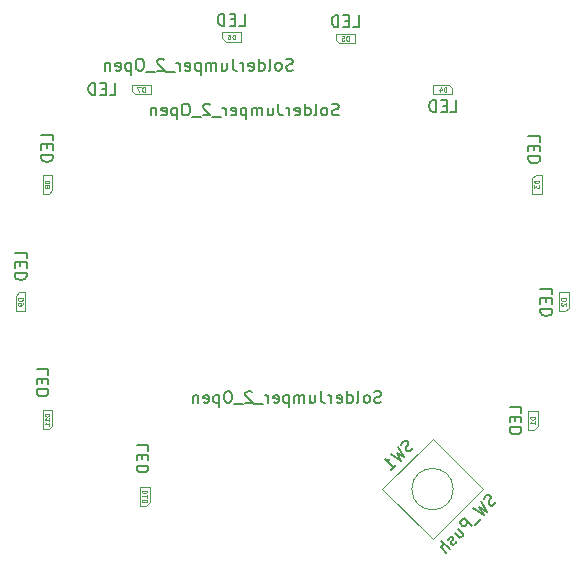
<source format=gbr>
%TF.GenerationSoftware,KiCad,Pcbnew,(5.1.10)-1*%
%TF.CreationDate,2022-01-29T15:25:58-05:00*%
%TF.ProjectId,CAN_Gauge,43414e5f-4761-4756-9765-2e6b69636164,rev?*%
%TF.SameCoordinates,Original*%
%TF.FileFunction,Other,Fab,Bot*%
%FSLAX46Y46*%
G04 Gerber Fmt 4.6, Leading zero omitted, Abs format (unit mm)*
G04 Created by KiCad (PCBNEW (5.1.10)-1) date 2022-01-29 15:25:58*
%MOMM*%
%LPD*%
G01*
G04 APERTURE LIST*
%ADD10C,0.100000*%
%ADD11C,0.150000*%
%ADD12C,0.060000*%
G04 APERTURE END LIST*
D10*
%TO.C,SW1*%
X146941914Y-110441600D02*
G75*
G03*
X146941914Y-110441600I-1750714J0D01*
G01*
X140948559Y-110441600D02*
X145191200Y-106198959D01*
X145191200Y-114684241D02*
X140948559Y-110441600D01*
X149433841Y-110441600D02*
X145191200Y-114684241D01*
X145191200Y-106198959D02*
X149433841Y-110441600D01*
%TO.C,D11*%
X112179229Y-103766158D02*
X112979229Y-103766158D01*
X112179229Y-105366158D02*
X112179229Y-103766158D01*
X112679229Y-105366158D02*
X112179229Y-105366158D01*
X112979229Y-105066158D02*
X112679229Y-105366158D01*
X112979229Y-103766158D02*
X112979229Y-105066158D01*
%TO.C,D9*%
X110704000Y-95392000D02*
X109904000Y-95392000D01*
X110704000Y-93792000D02*
X110704000Y-95392000D01*
X110204000Y-93792000D02*
X110704000Y-93792000D01*
X109904000Y-94092000D02*
X110204000Y-93792000D01*
X109904000Y-95392000D02*
X109904000Y-94092000D01*
%TO.C,D8*%
X112179229Y-83817842D02*
X112979229Y-83817842D01*
X112179229Y-85417842D02*
X112179229Y-83817842D01*
X112679229Y-85417842D02*
X112179229Y-85417842D01*
X112979229Y-85117842D02*
X112679229Y-85417842D01*
X112979229Y-83817842D02*
X112979229Y-85117842D01*
%TO.C,D3*%
X154428771Y-85417842D02*
X153628771Y-85417842D01*
X154428771Y-83817842D02*
X154428771Y-85417842D01*
X153928771Y-83817842D02*
X154428771Y-83817842D01*
X153628771Y-84117842D02*
X153928771Y-83817842D01*
X153628771Y-85417842D02*
X153628771Y-84117842D01*
%TO.C,D1*%
X153287500Y-103825000D02*
X154087500Y-103825000D01*
X153287500Y-105425000D02*
X153287500Y-103825000D01*
X153787500Y-105425000D02*
X153287500Y-105425000D01*
X154087500Y-105125000D02*
X153787500Y-105425000D01*
X154087500Y-103825000D02*
X154087500Y-105125000D01*
%TO.C,D10*%
X120432600Y-110251200D02*
X121232600Y-110251200D01*
X120432600Y-111851200D02*
X120432600Y-110251200D01*
X120932600Y-111851200D02*
X120432600Y-111851200D01*
X121232600Y-111551200D02*
X120932600Y-111851200D01*
X121232600Y-110251200D02*
X121232600Y-111551200D01*
%TO.C,D7*%
X121340500Y-77017030D02*
X120040500Y-77017030D01*
X120040500Y-77017030D02*
X119740500Y-76717030D01*
X119740500Y-76717030D02*
X119740500Y-76217030D01*
X119740500Y-76217030D02*
X121340500Y-76217030D01*
X121340500Y-76217030D02*
X121340500Y-77017030D01*
%TO.C,D6*%
X128969248Y-71772493D02*
X128969248Y-72572493D01*
X127369248Y-71772493D02*
X128969248Y-71772493D01*
X127369248Y-72272493D02*
X127369248Y-71772493D01*
X127669248Y-72572493D02*
X127369248Y-72272493D01*
X128969248Y-72572493D02*
X127669248Y-72572493D01*
%TO.C,D4*%
X145267500Y-76221500D02*
X146567500Y-76221500D01*
X146567500Y-76221500D02*
X146867500Y-76521500D01*
X146867500Y-76521500D02*
X146867500Y-77021500D01*
X146867500Y-77021500D02*
X145267500Y-77021500D01*
X145267500Y-77021500D02*
X145267500Y-76221500D01*
%TO.C,D5*%
X138612500Y-72703500D02*
X137312500Y-72703500D01*
X137312500Y-72703500D02*
X137012500Y-72403500D01*
X137012500Y-72403500D02*
X137012500Y-71903500D01*
X137012500Y-71903500D02*
X138612500Y-71903500D01*
X138612500Y-71903500D02*
X138612500Y-72703500D01*
%TO.C,D2*%
X155904000Y-93792000D02*
X156704000Y-93792000D01*
X155904000Y-95392000D02*
X155904000Y-93792000D01*
X156404000Y-95392000D02*
X155904000Y-95392000D01*
X156704000Y-95092000D02*
X156404000Y-95392000D01*
X156704000Y-93792000D02*
X156704000Y-95092000D01*
%TD*%
%TO.C,JP3*%
D11*
X133355390Y-74961161D02*
X133212533Y-75008780D01*
X132974438Y-75008780D01*
X132879200Y-74961161D01*
X132831580Y-74913542D01*
X132783961Y-74818304D01*
X132783961Y-74723066D01*
X132831580Y-74627828D01*
X132879200Y-74580209D01*
X132974438Y-74532590D01*
X133164914Y-74484971D01*
X133260152Y-74437352D01*
X133307771Y-74389733D01*
X133355390Y-74294495D01*
X133355390Y-74199257D01*
X133307771Y-74104019D01*
X133260152Y-74056400D01*
X133164914Y-74008780D01*
X132926819Y-74008780D01*
X132783961Y-74056400D01*
X132212533Y-75008780D02*
X132307771Y-74961161D01*
X132355390Y-74913542D01*
X132403009Y-74818304D01*
X132403009Y-74532590D01*
X132355390Y-74437352D01*
X132307771Y-74389733D01*
X132212533Y-74342114D01*
X132069676Y-74342114D01*
X131974438Y-74389733D01*
X131926819Y-74437352D01*
X131879200Y-74532590D01*
X131879200Y-74818304D01*
X131926819Y-74913542D01*
X131974438Y-74961161D01*
X132069676Y-75008780D01*
X132212533Y-75008780D01*
X131307771Y-75008780D02*
X131403009Y-74961161D01*
X131450628Y-74865923D01*
X131450628Y-74008780D01*
X130498247Y-75008780D02*
X130498247Y-74008780D01*
X130498247Y-74961161D02*
X130593485Y-75008780D01*
X130783961Y-75008780D01*
X130879200Y-74961161D01*
X130926819Y-74913542D01*
X130974438Y-74818304D01*
X130974438Y-74532590D01*
X130926819Y-74437352D01*
X130879200Y-74389733D01*
X130783961Y-74342114D01*
X130593485Y-74342114D01*
X130498247Y-74389733D01*
X129641104Y-74961161D02*
X129736342Y-75008780D01*
X129926819Y-75008780D01*
X130022057Y-74961161D01*
X130069676Y-74865923D01*
X130069676Y-74484971D01*
X130022057Y-74389733D01*
X129926819Y-74342114D01*
X129736342Y-74342114D01*
X129641104Y-74389733D01*
X129593485Y-74484971D01*
X129593485Y-74580209D01*
X130069676Y-74675447D01*
X129164914Y-75008780D02*
X129164914Y-74342114D01*
X129164914Y-74532590D02*
X129117295Y-74437352D01*
X129069676Y-74389733D01*
X128974438Y-74342114D01*
X128879200Y-74342114D01*
X128260152Y-74008780D02*
X128260152Y-74723066D01*
X128307771Y-74865923D01*
X128403009Y-74961161D01*
X128545866Y-75008780D01*
X128641104Y-75008780D01*
X127355390Y-74342114D02*
X127355390Y-75008780D01*
X127783961Y-74342114D02*
X127783961Y-74865923D01*
X127736342Y-74961161D01*
X127641104Y-75008780D01*
X127498247Y-75008780D01*
X127403009Y-74961161D01*
X127355390Y-74913542D01*
X126879200Y-75008780D02*
X126879200Y-74342114D01*
X126879200Y-74437352D02*
X126831580Y-74389733D01*
X126736342Y-74342114D01*
X126593485Y-74342114D01*
X126498247Y-74389733D01*
X126450628Y-74484971D01*
X126450628Y-75008780D01*
X126450628Y-74484971D02*
X126403009Y-74389733D01*
X126307771Y-74342114D01*
X126164914Y-74342114D01*
X126069676Y-74389733D01*
X126022057Y-74484971D01*
X126022057Y-75008780D01*
X125545866Y-74342114D02*
X125545866Y-75342114D01*
X125545866Y-74389733D02*
X125450628Y-74342114D01*
X125260152Y-74342114D01*
X125164914Y-74389733D01*
X125117295Y-74437352D01*
X125069676Y-74532590D01*
X125069676Y-74818304D01*
X125117295Y-74913542D01*
X125164914Y-74961161D01*
X125260152Y-75008780D01*
X125450628Y-75008780D01*
X125545866Y-74961161D01*
X124260152Y-74961161D02*
X124355390Y-75008780D01*
X124545866Y-75008780D01*
X124641104Y-74961161D01*
X124688723Y-74865923D01*
X124688723Y-74484971D01*
X124641104Y-74389733D01*
X124545866Y-74342114D01*
X124355390Y-74342114D01*
X124260152Y-74389733D01*
X124212533Y-74484971D01*
X124212533Y-74580209D01*
X124688723Y-74675447D01*
X123783961Y-75008780D02*
X123783961Y-74342114D01*
X123783961Y-74532590D02*
X123736342Y-74437352D01*
X123688723Y-74389733D01*
X123593485Y-74342114D01*
X123498247Y-74342114D01*
X123403009Y-75104019D02*
X122641104Y-75104019D01*
X122450628Y-74104019D02*
X122403009Y-74056400D01*
X122307771Y-74008780D01*
X122069676Y-74008780D01*
X121974438Y-74056400D01*
X121926819Y-74104019D01*
X121879200Y-74199257D01*
X121879200Y-74294495D01*
X121926819Y-74437352D01*
X122498247Y-75008780D01*
X121879200Y-75008780D01*
X121688723Y-75104019D02*
X120926819Y-75104019D01*
X120498247Y-74008780D02*
X120307771Y-74008780D01*
X120212533Y-74056400D01*
X120117295Y-74151638D01*
X120069676Y-74342114D01*
X120069676Y-74675447D01*
X120117295Y-74865923D01*
X120212533Y-74961161D01*
X120307771Y-75008780D01*
X120498247Y-75008780D01*
X120593485Y-74961161D01*
X120688723Y-74865923D01*
X120736342Y-74675447D01*
X120736342Y-74342114D01*
X120688723Y-74151638D01*
X120593485Y-74056400D01*
X120498247Y-74008780D01*
X119641104Y-74342114D02*
X119641104Y-75342114D01*
X119641104Y-74389733D02*
X119545866Y-74342114D01*
X119355390Y-74342114D01*
X119260152Y-74389733D01*
X119212533Y-74437352D01*
X119164914Y-74532590D01*
X119164914Y-74818304D01*
X119212533Y-74913542D01*
X119260152Y-74961161D01*
X119355390Y-75008780D01*
X119545866Y-75008780D01*
X119641104Y-74961161D01*
X118355390Y-74961161D02*
X118450628Y-75008780D01*
X118641104Y-75008780D01*
X118736342Y-74961161D01*
X118783961Y-74865923D01*
X118783961Y-74484971D01*
X118736342Y-74389733D01*
X118641104Y-74342114D01*
X118450628Y-74342114D01*
X118355390Y-74389733D01*
X118307771Y-74484971D01*
X118307771Y-74580209D01*
X118783961Y-74675447D01*
X117879200Y-74342114D02*
X117879200Y-75008780D01*
X117879200Y-74437352D02*
X117831580Y-74389733D01*
X117736342Y-74342114D01*
X117593485Y-74342114D01*
X117498247Y-74389733D01*
X117450628Y-74484971D01*
X117450628Y-75008780D01*
%TO.C,JP2*%
X137241590Y-78761161D02*
X137098733Y-78808780D01*
X136860638Y-78808780D01*
X136765400Y-78761161D01*
X136717780Y-78713542D01*
X136670161Y-78618304D01*
X136670161Y-78523066D01*
X136717780Y-78427828D01*
X136765400Y-78380209D01*
X136860638Y-78332590D01*
X137051114Y-78284971D01*
X137146352Y-78237352D01*
X137193971Y-78189733D01*
X137241590Y-78094495D01*
X137241590Y-77999257D01*
X137193971Y-77904019D01*
X137146352Y-77856400D01*
X137051114Y-77808780D01*
X136813019Y-77808780D01*
X136670161Y-77856400D01*
X136098733Y-78808780D02*
X136193971Y-78761161D01*
X136241590Y-78713542D01*
X136289209Y-78618304D01*
X136289209Y-78332590D01*
X136241590Y-78237352D01*
X136193971Y-78189733D01*
X136098733Y-78142114D01*
X135955876Y-78142114D01*
X135860638Y-78189733D01*
X135813019Y-78237352D01*
X135765400Y-78332590D01*
X135765400Y-78618304D01*
X135813019Y-78713542D01*
X135860638Y-78761161D01*
X135955876Y-78808780D01*
X136098733Y-78808780D01*
X135193971Y-78808780D02*
X135289209Y-78761161D01*
X135336828Y-78665923D01*
X135336828Y-77808780D01*
X134384447Y-78808780D02*
X134384447Y-77808780D01*
X134384447Y-78761161D02*
X134479685Y-78808780D01*
X134670161Y-78808780D01*
X134765400Y-78761161D01*
X134813019Y-78713542D01*
X134860638Y-78618304D01*
X134860638Y-78332590D01*
X134813019Y-78237352D01*
X134765400Y-78189733D01*
X134670161Y-78142114D01*
X134479685Y-78142114D01*
X134384447Y-78189733D01*
X133527304Y-78761161D02*
X133622542Y-78808780D01*
X133813019Y-78808780D01*
X133908257Y-78761161D01*
X133955876Y-78665923D01*
X133955876Y-78284971D01*
X133908257Y-78189733D01*
X133813019Y-78142114D01*
X133622542Y-78142114D01*
X133527304Y-78189733D01*
X133479685Y-78284971D01*
X133479685Y-78380209D01*
X133955876Y-78475447D01*
X133051114Y-78808780D02*
X133051114Y-78142114D01*
X133051114Y-78332590D02*
X133003495Y-78237352D01*
X132955876Y-78189733D01*
X132860638Y-78142114D01*
X132765400Y-78142114D01*
X132146352Y-77808780D02*
X132146352Y-78523066D01*
X132193971Y-78665923D01*
X132289209Y-78761161D01*
X132432066Y-78808780D01*
X132527304Y-78808780D01*
X131241590Y-78142114D02*
X131241590Y-78808780D01*
X131670161Y-78142114D02*
X131670161Y-78665923D01*
X131622542Y-78761161D01*
X131527304Y-78808780D01*
X131384447Y-78808780D01*
X131289209Y-78761161D01*
X131241590Y-78713542D01*
X130765400Y-78808780D02*
X130765400Y-78142114D01*
X130765400Y-78237352D02*
X130717780Y-78189733D01*
X130622542Y-78142114D01*
X130479685Y-78142114D01*
X130384447Y-78189733D01*
X130336828Y-78284971D01*
X130336828Y-78808780D01*
X130336828Y-78284971D02*
X130289209Y-78189733D01*
X130193971Y-78142114D01*
X130051114Y-78142114D01*
X129955876Y-78189733D01*
X129908257Y-78284971D01*
X129908257Y-78808780D01*
X129432066Y-78142114D02*
X129432066Y-79142114D01*
X129432066Y-78189733D02*
X129336828Y-78142114D01*
X129146352Y-78142114D01*
X129051114Y-78189733D01*
X129003495Y-78237352D01*
X128955876Y-78332590D01*
X128955876Y-78618304D01*
X129003495Y-78713542D01*
X129051114Y-78761161D01*
X129146352Y-78808780D01*
X129336828Y-78808780D01*
X129432066Y-78761161D01*
X128146352Y-78761161D02*
X128241590Y-78808780D01*
X128432066Y-78808780D01*
X128527304Y-78761161D01*
X128574923Y-78665923D01*
X128574923Y-78284971D01*
X128527304Y-78189733D01*
X128432066Y-78142114D01*
X128241590Y-78142114D01*
X128146352Y-78189733D01*
X128098733Y-78284971D01*
X128098733Y-78380209D01*
X128574923Y-78475447D01*
X127670161Y-78808780D02*
X127670161Y-78142114D01*
X127670161Y-78332590D02*
X127622542Y-78237352D01*
X127574923Y-78189733D01*
X127479685Y-78142114D01*
X127384447Y-78142114D01*
X127289209Y-78904019D02*
X126527304Y-78904019D01*
X126336828Y-77904019D02*
X126289209Y-77856400D01*
X126193971Y-77808780D01*
X125955876Y-77808780D01*
X125860638Y-77856400D01*
X125813019Y-77904019D01*
X125765400Y-77999257D01*
X125765400Y-78094495D01*
X125813019Y-78237352D01*
X126384447Y-78808780D01*
X125765400Y-78808780D01*
X125574923Y-78904019D02*
X124813019Y-78904019D01*
X124384447Y-77808780D02*
X124193971Y-77808780D01*
X124098733Y-77856400D01*
X124003495Y-77951638D01*
X123955876Y-78142114D01*
X123955876Y-78475447D01*
X124003495Y-78665923D01*
X124098733Y-78761161D01*
X124193971Y-78808780D01*
X124384447Y-78808780D01*
X124479685Y-78761161D01*
X124574923Y-78665923D01*
X124622542Y-78475447D01*
X124622542Y-78142114D01*
X124574923Y-77951638D01*
X124479685Y-77856400D01*
X124384447Y-77808780D01*
X123527304Y-78142114D02*
X123527304Y-79142114D01*
X123527304Y-78189733D02*
X123432066Y-78142114D01*
X123241590Y-78142114D01*
X123146352Y-78189733D01*
X123098733Y-78237352D01*
X123051114Y-78332590D01*
X123051114Y-78618304D01*
X123098733Y-78713542D01*
X123146352Y-78761161D01*
X123241590Y-78808780D01*
X123432066Y-78808780D01*
X123527304Y-78761161D01*
X122241590Y-78761161D02*
X122336828Y-78808780D01*
X122527304Y-78808780D01*
X122622542Y-78761161D01*
X122670161Y-78665923D01*
X122670161Y-78284971D01*
X122622542Y-78189733D01*
X122527304Y-78142114D01*
X122336828Y-78142114D01*
X122241590Y-78189733D01*
X122193971Y-78284971D01*
X122193971Y-78380209D01*
X122670161Y-78475447D01*
X121765400Y-78142114D02*
X121765400Y-78808780D01*
X121765400Y-78237352D02*
X121717780Y-78189733D01*
X121622542Y-78142114D01*
X121479685Y-78142114D01*
X121384447Y-78189733D01*
X121336828Y-78284971D01*
X121336828Y-78808780D01*
%TO.C,SW1*%
X150566894Y-111507310D02*
X150499551Y-111641997D01*
X150331192Y-111810356D01*
X150230177Y-111844028D01*
X150162833Y-111844028D01*
X150061818Y-111810356D01*
X149994475Y-111743013D01*
X149960803Y-111641997D01*
X149960803Y-111574654D01*
X149994475Y-111473639D01*
X150095490Y-111305280D01*
X150129162Y-111204265D01*
X150129162Y-111136921D01*
X150095490Y-111035906D01*
X150028146Y-110968562D01*
X149927131Y-110934891D01*
X149859788Y-110934891D01*
X149758772Y-110968562D01*
X149590414Y-111136921D01*
X149523070Y-111271608D01*
X149253696Y-111473639D02*
X149792444Y-112349104D01*
X149152681Y-111978715D01*
X149523070Y-112618478D01*
X148647605Y-112079730D01*
X149321040Y-112955196D02*
X148782292Y-113493944D01*
X148546589Y-113594959D02*
X147839483Y-112887852D01*
X147570109Y-113157226D01*
X147536437Y-113258241D01*
X147536437Y-113325585D01*
X147570109Y-113426600D01*
X147671124Y-113527615D01*
X147772139Y-113561287D01*
X147839483Y-113561287D01*
X147940498Y-113527615D01*
X148209872Y-113258241D01*
X147065032Y-114133707D02*
X147536437Y-114605111D01*
X147368078Y-113830661D02*
X147738467Y-114201050D01*
X147772139Y-114302066D01*
X147738467Y-114403081D01*
X147637452Y-114504096D01*
X147536437Y-114537768D01*
X147469093Y-114537768D01*
X147199719Y-114874485D02*
X147166048Y-114975501D01*
X147031361Y-115110188D01*
X146930345Y-115143859D01*
X146829330Y-115110188D01*
X146795658Y-115076516D01*
X146761987Y-114975501D01*
X146795658Y-114874485D01*
X146896674Y-114773470D01*
X146930345Y-114672455D01*
X146896674Y-114571440D01*
X146863002Y-114537768D01*
X146761987Y-114504096D01*
X146660971Y-114537768D01*
X146559956Y-114638783D01*
X146526284Y-114739798D01*
X146627300Y-115514249D02*
X145920193Y-114807142D01*
X146324254Y-115817294D02*
X145953865Y-115446905D01*
X145920193Y-115345890D01*
X145953865Y-115244875D01*
X146054880Y-115143859D01*
X146155895Y-115110188D01*
X146223239Y-115110188D01*
X143556436Y-106921218D02*
X143489093Y-107055905D01*
X143320734Y-107224264D01*
X143219719Y-107257936D01*
X143152375Y-107257936D01*
X143051360Y-107224264D01*
X142984017Y-107156921D01*
X142950345Y-107055905D01*
X142950345Y-106988562D01*
X142984017Y-106887547D01*
X143085032Y-106719188D01*
X143118704Y-106618173D01*
X143118704Y-106550829D01*
X143085032Y-106449814D01*
X143017688Y-106382470D01*
X142916673Y-106348799D01*
X142849330Y-106348799D01*
X142748314Y-106382470D01*
X142579956Y-106550829D01*
X142512612Y-106685516D01*
X142243238Y-106887547D02*
X142781986Y-107763012D01*
X142142223Y-107392623D01*
X142512612Y-108032386D01*
X141637147Y-107493638D01*
X141704490Y-108840508D02*
X142108551Y-108436447D01*
X141906521Y-108638478D02*
X141199414Y-107931371D01*
X141367773Y-107965043D01*
X141502460Y-107965043D01*
X141603475Y-107931371D01*
%TO.C,JP1*%
X140822990Y-103099361D02*
X140680133Y-103146980D01*
X140442038Y-103146980D01*
X140346800Y-103099361D01*
X140299180Y-103051742D01*
X140251561Y-102956504D01*
X140251561Y-102861266D01*
X140299180Y-102766028D01*
X140346800Y-102718409D01*
X140442038Y-102670790D01*
X140632514Y-102623171D01*
X140727752Y-102575552D01*
X140775371Y-102527933D01*
X140822990Y-102432695D01*
X140822990Y-102337457D01*
X140775371Y-102242219D01*
X140727752Y-102194600D01*
X140632514Y-102146980D01*
X140394419Y-102146980D01*
X140251561Y-102194600D01*
X139680133Y-103146980D02*
X139775371Y-103099361D01*
X139822990Y-103051742D01*
X139870609Y-102956504D01*
X139870609Y-102670790D01*
X139822990Y-102575552D01*
X139775371Y-102527933D01*
X139680133Y-102480314D01*
X139537276Y-102480314D01*
X139442038Y-102527933D01*
X139394419Y-102575552D01*
X139346800Y-102670790D01*
X139346800Y-102956504D01*
X139394419Y-103051742D01*
X139442038Y-103099361D01*
X139537276Y-103146980D01*
X139680133Y-103146980D01*
X138775371Y-103146980D02*
X138870609Y-103099361D01*
X138918228Y-103004123D01*
X138918228Y-102146980D01*
X137965847Y-103146980D02*
X137965847Y-102146980D01*
X137965847Y-103099361D02*
X138061085Y-103146980D01*
X138251561Y-103146980D01*
X138346800Y-103099361D01*
X138394419Y-103051742D01*
X138442038Y-102956504D01*
X138442038Y-102670790D01*
X138394419Y-102575552D01*
X138346800Y-102527933D01*
X138251561Y-102480314D01*
X138061085Y-102480314D01*
X137965847Y-102527933D01*
X137108704Y-103099361D02*
X137203942Y-103146980D01*
X137394419Y-103146980D01*
X137489657Y-103099361D01*
X137537276Y-103004123D01*
X137537276Y-102623171D01*
X137489657Y-102527933D01*
X137394419Y-102480314D01*
X137203942Y-102480314D01*
X137108704Y-102527933D01*
X137061085Y-102623171D01*
X137061085Y-102718409D01*
X137537276Y-102813647D01*
X136632514Y-103146980D02*
X136632514Y-102480314D01*
X136632514Y-102670790D02*
X136584895Y-102575552D01*
X136537276Y-102527933D01*
X136442038Y-102480314D01*
X136346800Y-102480314D01*
X135727752Y-102146980D02*
X135727752Y-102861266D01*
X135775371Y-103004123D01*
X135870609Y-103099361D01*
X136013466Y-103146980D01*
X136108704Y-103146980D01*
X134822990Y-102480314D02*
X134822990Y-103146980D01*
X135251561Y-102480314D02*
X135251561Y-103004123D01*
X135203942Y-103099361D01*
X135108704Y-103146980D01*
X134965847Y-103146980D01*
X134870609Y-103099361D01*
X134822990Y-103051742D01*
X134346800Y-103146980D02*
X134346800Y-102480314D01*
X134346800Y-102575552D02*
X134299180Y-102527933D01*
X134203942Y-102480314D01*
X134061085Y-102480314D01*
X133965847Y-102527933D01*
X133918228Y-102623171D01*
X133918228Y-103146980D01*
X133918228Y-102623171D02*
X133870609Y-102527933D01*
X133775371Y-102480314D01*
X133632514Y-102480314D01*
X133537276Y-102527933D01*
X133489657Y-102623171D01*
X133489657Y-103146980D01*
X133013466Y-102480314D02*
X133013466Y-103480314D01*
X133013466Y-102527933D02*
X132918228Y-102480314D01*
X132727752Y-102480314D01*
X132632514Y-102527933D01*
X132584895Y-102575552D01*
X132537276Y-102670790D01*
X132537276Y-102956504D01*
X132584895Y-103051742D01*
X132632514Y-103099361D01*
X132727752Y-103146980D01*
X132918228Y-103146980D01*
X133013466Y-103099361D01*
X131727752Y-103099361D02*
X131822990Y-103146980D01*
X132013466Y-103146980D01*
X132108704Y-103099361D01*
X132156323Y-103004123D01*
X132156323Y-102623171D01*
X132108704Y-102527933D01*
X132013466Y-102480314D01*
X131822990Y-102480314D01*
X131727752Y-102527933D01*
X131680133Y-102623171D01*
X131680133Y-102718409D01*
X132156323Y-102813647D01*
X131251561Y-103146980D02*
X131251561Y-102480314D01*
X131251561Y-102670790D02*
X131203942Y-102575552D01*
X131156323Y-102527933D01*
X131061085Y-102480314D01*
X130965847Y-102480314D01*
X130870609Y-103242219D02*
X130108704Y-103242219D01*
X129918228Y-102242219D02*
X129870609Y-102194600D01*
X129775371Y-102146980D01*
X129537276Y-102146980D01*
X129442038Y-102194600D01*
X129394419Y-102242219D01*
X129346800Y-102337457D01*
X129346800Y-102432695D01*
X129394419Y-102575552D01*
X129965847Y-103146980D01*
X129346800Y-103146980D01*
X129156323Y-103242219D02*
X128394419Y-103242219D01*
X127965847Y-102146980D02*
X127775371Y-102146980D01*
X127680133Y-102194600D01*
X127584895Y-102289838D01*
X127537276Y-102480314D01*
X127537276Y-102813647D01*
X127584895Y-103004123D01*
X127680133Y-103099361D01*
X127775371Y-103146980D01*
X127965847Y-103146980D01*
X128061085Y-103099361D01*
X128156323Y-103004123D01*
X128203942Y-102813647D01*
X128203942Y-102480314D01*
X128156323Y-102289838D01*
X128061085Y-102194600D01*
X127965847Y-102146980D01*
X127108704Y-102480314D02*
X127108704Y-103480314D01*
X127108704Y-102527933D02*
X127013466Y-102480314D01*
X126822990Y-102480314D01*
X126727752Y-102527933D01*
X126680133Y-102575552D01*
X126632514Y-102670790D01*
X126632514Y-102956504D01*
X126680133Y-103051742D01*
X126727752Y-103099361D01*
X126822990Y-103146980D01*
X127013466Y-103146980D01*
X127108704Y-103099361D01*
X125822990Y-103099361D02*
X125918228Y-103146980D01*
X126108704Y-103146980D01*
X126203942Y-103099361D01*
X126251561Y-103004123D01*
X126251561Y-102623171D01*
X126203942Y-102527933D01*
X126108704Y-102480314D01*
X125918228Y-102480314D01*
X125822990Y-102527933D01*
X125775371Y-102623171D01*
X125775371Y-102718409D01*
X126251561Y-102813647D01*
X125346800Y-102480314D02*
X125346800Y-103146980D01*
X125346800Y-102575552D02*
X125299180Y-102527933D01*
X125203942Y-102480314D01*
X125061085Y-102480314D01*
X124965847Y-102527933D01*
X124918228Y-102623171D01*
X124918228Y-103146980D01*
%TO.C,D11*%
X112674380Y-100756342D02*
X112674380Y-100280152D01*
X111674380Y-100280152D01*
X112150571Y-101089676D02*
X112150571Y-101423009D01*
X112674380Y-101565866D02*
X112674380Y-101089676D01*
X111674380Y-101089676D01*
X111674380Y-101565866D01*
X112674380Y-101994438D02*
X111674380Y-101994438D01*
X111674380Y-102232533D01*
X111722000Y-102375390D01*
X111817238Y-102470628D01*
X111912476Y-102518247D01*
X112102952Y-102565866D01*
X112245809Y-102565866D01*
X112436285Y-102518247D01*
X112531523Y-102470628D01*
X112626761Y-102375390D01*
X112674380Y-102232533D01*
X112674380Y-101994438D01*
D12*
X112760181Y-104080443D02*
X112360181Y-104080443D01*
X112360181Y-104175681D01*
X112379229Y-104232824D01*
X112417324Y-104270919D01*
X112455419Y-104289967D01*
X112531609Y-104309015D01*
X112588752Y-104309015D01*
X112664943Y-104289967D01*
X112703038Y-104270919D01*
X112741133Y-104232824D01*
X112760181Y-104175681D01*
X112760181Y-104080443D01*
X112760181Y-104689967D02*
X112760181Y-104461396D01*
X112760181Y-104575681D02*
X112360181Y-104575681D01*
X112417324Y-104537586D01*
X112455419Y-104499491D01*
X112474467Y-104461396D01*
X112760181Y-105070919D02*
X112760181Y-104842348D01*
X112760181Y-104956634D02*
X112360181Y-104956634D01*
X112417324Y-104918538D01*
X112455419Y-104880443D01*
X112474467Y-104842348D01*
%TO.C,D9*%
D11*
X110820180Y-90901142D02*
X110820180Y-90424952D01*
X109820180Y-90424952D01*
X110296371Y-91234476D02*
X110296371Y-91567809D01*
X110820180Y-91710666D02*
X110820180Y-91234476D01*
X109820180Y-91234476D01*
X109820180Y-91710666D01*
X110820180Y-92139238D02*
X109820180Y-92139238D01*
X109820180Y-92377333D01*
X109867800Y-92520190D01*
X109963038Y-92615428D01*
X110058276Y-92663047D01*
X110248752Y-92710666D01*
X110391609Y-92710666D01*
X110582085Y-92663047D01*
X110677323Y-92615428D01*
X110772561Y-92520190D01*
X110820180Y-92377333D01*
X110820180Y-92139238D01*
D12*
X110484952Y-94296761D02*
X110084952Y-94296761D01*
X110084952Y-94392000D01*
X110104000Y-94449142D01*
X110142095Y-94487238D01*
X110180190Y-94506285D01*
X110256380Y-94525333D01*
X110313523Y-94525333D01*
X110389714Y-94506285D01*
X110427809Y-94487238D01*
X110465904Y-94449142D01*
X110484952Y-94392000D01*
X110484952Y-94296761D01*
X110484952Y-94715809D02*
X110484952Y-94792000D01*
X110465904Y-94830095D01*
X110446857Y-94849142D01*
X110389714Y-94887238D01*
X110313523Y-94906285D01*
X110161142Y-94906285D01*
X110123047Y-94887238D01*
X110104000Y-94868190D01*
X110084952Y-94830095D01*
X110084952Y-94753904D01*
X110104000Y-94715809D01*
X110123047Y-94696761D01*
X110161142Y-94677714D01*
X110256380Y-94677714D01*
X110294476Y-94696761D01*
X110313523Y-94715809D01*
X110332571Y-94753904D01*
X110332571Y-94830095D01*
X110313523Y-94868190D01*
X110294476Y-94887238D01*
X110256380Y-94906285D01*
%TO.C,D8*%
D11*
X113055380Y-80918942D02*
X113055380Y-80442752D01*
X112055380Y-80442752D01*
X112531571Y-81252276D02*
X112531571Y-81585609D01*
X113055380Y-81728466D02*
X113055380Y-81252276D01*
X112055380Y-81252276D01*
X112055380Y-81728466D01*
X113055380Y-82157038D02*
X112055380Y-82157038D01*
X112055380Y-82395133D01*
X112103000Y-82537990D01*
X112198238Y-82633228D01*
X112293476Y-82680847D01*
X112483952Y-82728466D01*
X112626809Y-82728466D01*
X112817285Y-82680847D01*
X112912523Y-82633228D01*
X113007761Y-82537990D01*
X113055380Y-82395133D01*
X113055380Y-82157038D01*
D12*
X112760181Y-84322603D02*
X112360181Y-84322603D01*
X112360181Y-84417842D01*
X112379229Y-84474984D01*
X112417324Y-84513080D01*
X112455419Y-84532127D01*
X112531609Y-84551175D01*
X112588752Y-84551175D01*
X112664943Y-84532127D01*
X112703038Y-84513080D01*
X112741133Y-84474984D01*
X112760181Y-84417842D01*
X112760181Y-84322603D01*
X112531609Y-84779746D02*
X112512562Y-84741651D01*
X112493514Y-84722603D01*
X112455419Y-84703556D01*
X112436371Y-84703556D01*
X112398276Y-84722603D01*
X112379229Y-84741651D01*
X112360181Y-84779746D01*
X112360181Y-84855937D01*
X112379229Y-84894032D01*
X112398276Y-84913080D01*
X112436371Y-84932127D01*
X112455419Y-84932127D01*
X112493514Y-84913080D01*
X112512562Y-84894032D01*
X112531609Y-84855937D01*
X112531609Y-84779746D01*
X112550657Y-84741651D01*
X112569705Y-84722603D01*
X112607800Y-84703556D01*
X112683990Y-84703556D01*
X112722086Y-84722603D01*
X112741133Y-84741651D01*
X112760181Y-84779746D01*
X112760181Y-84855937D01*
X112741133Y-84894032D01*
X112722086Y-84913080D01*
X112683990Y-84932127D01*
X112607800Y-84932127D01*
X112569705Y-84913080D01*
X112550657Y-84894032D01*
X112531609Y-84855937D01*
%TO.C,D3*%
D11*
X154301722Y-81036626D02*
X154301722Y-80560436D01*
X153301722Y-80560436D01*
X153777913Y-81369960D02*
X153777913Y-81703293D01*
X154301722Y-81846150D02*
X154301722Y-81369960D01*
X153301722Y-81369960D01*
X153301722Y-81846150D01*
X154301722Y-82274722D02*
X153301722Y-82274722D01*
X153301722Y-82512817D01*
X153349342Y-82655674D01*
X153444580Y-82750912D01*
X153539818Y-82798531D01*
X153730294Y-82846150D01*
X153873151Y-82846150D01*
X154063627Y-82798531D01*
X154158865Y-82750912D01*
X154254103Y-82655674D01*
X154301722Y-82512817D01*
X154301722Y-82274722D01*
D12*
X154209723Y-84322603D02*
X153809723Y-84322603D01*
X153809723Y-84417842D01*
X153828771Y-84474984D01*
X153866866Y-84513080D01*
X153904961Y-84532127D01*
X153981151Y-84551175D01*
X154038294Y-84551175D01*
X154114485Y-84532127D01*
X154152580Y-84513080D01*
X154190675Y-84474984D01*
X154209723Y-84417842D01*
X154209723Y-84322603D01*
X153809723Y-84684508D02*
X153809723Y-84932127D01*
X153962104Y-84798794D01*
X153962104Y-84855937D01*
X153981151Y-84894032D01*
X154000199Y-84913080D01*
X154038294Y-84932127D01*
X154133532Y-84932127D01*
X154171628Y-84913080D01*
X154190675Y-84894032D01*
X154209723Y-84855937D01*
X154209723Y-84741651D01*
X154190675Y-84703556D01*
X154171628Y-84684508D01*
%TO.C,D1*%
D11*
X152709880Y-103982142D02*
X152709880Y-103505952D01*
X151709880Y-103505952D01*
X152186071Y-104315476D02*
X152186071Y-104648809D01*
X152709880Y-104791666D02*
X152709880Y-104315476D01*
X151709880Y-104315476D01*
X151709880Y-104791666D01*
X152709880Y-105220238D02*
X151709880Y-105220238D01*
X151709880Y-105458333D01*
X151757500Y-105601190D01*
X151852738Y-105696428D01*
X151947976Y-105744047D01*
X152138452Y-105791666D01*
X152281309Y-105791666D01*
X152471785Y-105744047D01*
X152567023Y-105696428D01*
X152662261Y-105601190D01*
X152709880Y-105458333D01*
X152709880Y-105220238D01*
D12*
X153868452Y-104329761D02*
X153468452Y-104329761D01*
X153468452Y-104425000D01*
X153487500Y-104482142D01*
X153525595Y-104520238D01*
X153563690Y-104539285D01*
X153639880Y-104558333D01*
X153697023Y-104558333D01*
X153773214Y-104539285D01*
X153811309Y-104520238D01*
X153849404Y-104482142D01*
X153868452Y-104425000D01*
X153868452Y-104329761D01*
X153868452Y-104939285D02*
X153868452Y-104710714D01*
X153868452Y-104825000D02*
X153468452Y-104825000D01*
X153525595Y-104786904D01*
X153563690Y-104748809D01*
X153582738Y-104710714D01*
%TO.C,D10*%
D11*
X121132580Y-107207942D02*
X121132580Y-106731752D01*
X120132580Y-106731752D01*
X120608771Y-107541276D02*
X120608771Y-107874609D01*
X121132580Y-108017466D02*
X121132580Y-107541276D01*
X120132580Y-107541276D01*
X120132580Y-108017466D01*
X121132580Y-108446038D02*
X120132580Y-108446038D01*
X120132580Y-108684133D01*
X120180200Y-108826990D01*
X120275438Y-108922228D01*
X120370676Y-108969847D01*
X120561152Y-109017466D01*
X120704009Y-109017466D01*
X120894485Y-108969847D01*
X120989723Y-108922228D01*
X121084961Y-108826990D01*
X121132580Y-108684133D01*
X121132580Y-108446038D01*
D12*
X121013552Y-110565485D02*
X120613552Y-110565485D01*
X120613552Y-110660723D01*
X120632600Y-110717866D01*
X120670695Y-110755961D01*
X120708790Y-110775009D01*
X120784980Y-110794057D01*
X120842123Y-110794057D01*
X120918314Y-110775009D01*
X120956409Y-110755961D01*
X120994504Y-110717866D01*
X121013552Y-110660723D01*
X121013552Y-110565485D01*
X121013552Y-111175009D02*
X121013552Y-110946438D01*
X121013552Y-111060723D02*
X120613552Y-111060723D01*
X120670695Y-111022628D01*
X120708790Y-110984533D01*
X120727838Y-110946438D01*
X120613552Y-111422628D02*
X120613552Y-111460723D01*
X120632600Y-111498819D01*
X120651647Y-111517866D01*
X120689742Y-111536914D01*
X120765933Y-111555961D01*
X120861171Y-111555961D01*
X120937361Y-111536914D01*
X120975457Y-111517866D01*
X120994504Y-111498819D01*
X121013552Y-111460723D01*
X121013552Y-111422628D01*
X120994504Y-111384533D01*
X120975457Y-111365485D01*
X120937361Y-111346438D01*
X120861171Y-111327390D01*
X120765933Y-111327390D01*
X120689742Y-111346438D01*
X120651647Y-111365485D01*
X120632600Y-111384533D01*
X120613552Y-111422628D01*
%TO.C,D7*%
D11*
X117868657Y-77052240D02*
X118344847Y-77052240D01*
X118344847Y-76052240D01*
X117535323Y-76528431D02*
X117201990Y-76528431D01*
X117059133Y-77052240D02*
X117535323Y-77052240D01*
X117535323Y-76052240D01*
X117059133Y-76052240D01*
X116630561Y-77052240D02*
X116630561Y-76052240D01*
X116392466Y-76052240D01*
X116249609Y-76099860D01*
X116154371Y-76195098D01*
X116106752Y-76290336D01*
X116059133Y-76480812D01*
X116059133Y-76623669D01*
X116106752Y-76814145D01*
X116154371Y-76909383D01*
X116249609Y-77004621D01*
X116392466Y-77052240D01*
X116630561Y-77052240D01*
D12*
X120835738Y-76797982D02*
X120835738Y-76397982D01*
X120740500Y-76397982D01*
X120683357Y-76417030D01*
X120645261Y-76455125D01*
X120626214Y-76493220D01*
X120607166Y-76569410D01*
X120607166Y-76626553D01*
X120626214Y-76702744D01*
X120645261Y-76740839D01*
X120683357Y-76778934D01*
X120740500Y-76797982D01*
X120835738Y-76797982D01*
X120473833Y-76397982D02*
X120207166Y-76397982D01*
X120378595Y-76797982D01*
%TO.C,D6*%
D11*
X128812105Y-71194873D02*
X129288295Y-71194873D01*
X129288295Y-70194873D01*
X128478771Y-70671064D02*
X128145438Y-70671064D01*
X128002581Y-71194873D02*
X128478771Y-71194873D01*
X128478771Y-70194873D01*
X128002581Y-70194873D01*
X127574009Y-71194873D02*
X127574009Y-70194873D01*
X127335914Y-70194873D01*
X127193057Y-70242493D01*
X127097819Y-70337731D01*
X127050200Y-70432969D01*
X127002581Y-70623445D01*
X127002581Y-70766302D01*
X127050200Y-70956778D01*
X127097819Y-71052016D01*
X127193057Y-71147254D01*
X127335914Y-71194873D01*
X127574009Y-71194873D01*
D12*
X128464486Y-72353445D02*
X128464486Y-71953445D01*
X128369248Y-71953445D01*
X128312105Y-71972493D01*
X128274009Y-72010588D01*
X128254962Y-72048683D01*
X128235914Y-72124873D01*
X128235914Y-72182016D01*
X128254962Y-72258207D01*
X128274009Y-72296302D01*
X128312105Y-72334397D01*
X128369248Y-72353445D01*
X128464486Y-72353445D01*
X127893057Y-71953445D02*
X127969248Y-71953445D01*
X128007343Y-71972493D01*
X128026390Y-71991540D01*
X128064486Y-72048683D01*
X128083533Y-72124873D01*
X128083533Y-72277254D01*
X128064486Y-72315350D01*
X128045438Y-72334397D01*
X128007343Y-72353445D01*
X127931152Y-72353445D01*
X127893057Y-72334397D01*
X127874009Y-72315350D01*
X127854962Y-72277254D01*
X127854962Y-72182016D01*
X127874009Y-72143921D01*
X127893057Y-72124873D01*
X127931152Y-72105826D01*
X128007343Y-72105826D01*
X128045438Y-72124873D01*
X128064486Y-72143921D01*
X128083533Y-72182016D01*
%TO.C,D4*%
D11*
X146710357Y-78503880D02*
X147186547Y-78503880D01*
X147186547Y-77503880D01*
X146377023Y-77980071D02*
X146043690Y-77980071D01*
X145900833Y-78503880D02*
X146377023Y-78503880D01*
X146377023Y-77503880D01*
X145900833Y-77503880D01*
X145472261Y-78503880D02*
X145472261Y-77503880D01*
X145234166Y-77503880D01*
X145091309Y-77551500D01*
X144996071Y-77646738D01*
X144948452Y-77741976D01*
X144900833Y-77932452D01*
X144900833Y-78075309D01*
X144948452Y-78265785D01*
X144996071Y-78361023D01*
X145091309Y-78456261D01*
X145234166Y-78503880D01*
X145472261Y-78503880D01*
D12*
X146362738Y-76802452D02*
X146362738Y-76402452D01*
X146267500Y-76402452D01*
X146210357Y-76421500D01*
X146172261Y-76459595D01*
X146153214Y-76497690D01*
X146134166Y-76573880D01*
X146134166Y-76631023D01*
X146153214Y-76707214D01*
X146172261Y-76745309D01*
X146210357Y-76783404D01*
X146267500Y-76802452D01*
X146362738Y-76802452D01*
X145791309Y-76535785D02*
X145791309Y-76802452D01*
X145886547Y-76383404D02*
X145981785Y-76669119D01*
X145734166Y-76669119D01*
%TO.C,D5*%
D11*
X138455357Y-71325880D02*
X138931547Y-71325880D01*
X138931547Y-70325880D01*
X138122023Y-70802071D02*
X137788690Y-70802071D01*
X137645833Y-71325880D02*
X138122023Y-71325880D01*
X138122023Y-70325880D01*
X137645833Y-70325880D01*
X137217261Y-71325880D02*
X137217261Y-70325880D01*
X136979166Y-70325880D01*
X136836309Y-70373500D01*
X136741071Y-70468738D01*
X136693452Y-70563976D01*
X136645833Y-70754452D01*
X136645833Y-70897309D01*
X136693452Y-71087785D01*
X136741071Y-71183023D01*
X136836309Y-71278261D01*
X136979166Y-71325880D01*
X137217261Y-71325880D01*
D12*
X138107738Y-72484452D02*
X138107738Y-72084452D01*
X138012500Y-72084452D01*
X137955357Y-72103500D01*
X137917261Y-72141595D01*
X137898214Y-72179690D01*
X137879166Y-72255880D01*
X137879166Y-72313023D01*
X137898214Y-72389214D01*
X137917261Y-72427309D01*
X137955357Y-72465404D01*
X138012500Y-72484452D01*
X138107738Y-72484452D01*
X137517261Y-72084452D02*
X137707738Y-72084452D01*
X137726785Y-72274928D01*
X137707738Y-72255880D01*
X137669642Y-72236833D01*
X137574404Y-72236833D01*
X137536309Y-72255880D01*
X137517261Y-72274928D01*
X137498214Y-72313023D01*
X137498214Y-72408261D01*
X137517261Y-72446357D01*
X137536309Y-72465404D01*
X137574404Y-72484452D01*
X137669642Y-72484452D01*
X137707738Y-72465404D01*
X137726785Y-72446357D01*
%TO.C,D2*%
D11*
X155326380Y-93949142D02*
X155326380Y-93472952D01*
X154326380Y-93472952D01*
X154802571Y-94282476D02*
X154802571Y-94615809D01*
X155326380Y-94758666D02*
X155326380Y-94282476D01*
X154326380Y-94282476D01*
X154326380Y-94758666D01*
X155326380Y-95187238D02*
X154326380Y-95187238D01*
X154326380Y-95425333D01*
X154374000Y-95568190D01*
X154469238Y-95663428D01*
X154564476Y-95711047D01*
X154754952Y-95758666D01*
X154897809Y-95758666D01*
X155088285Y-95711047D01*
X155183523Y-95663428D01*
X155278761Y-95568190D01*
X155326380Y-95425333D01*
X155326380Y-95187238D01*
D12*
X156484952Y-94296761D02*
X156084952Y-94296761D01*
X156084952Y-94392000D01*
X156104000Y-94449142D01*
X156142095Y-94487238D01*
X156180190Y-94506285D01*
X156256380Y-94525333D01*
X156313523Y-94525333D01*
X156389714Y-94506285D01*
X156427809Y-94487238D01*
X156465904Y-94449142D01*
X156484952Y-94392000D01*
X156484952Y-94296761D01*
X156123047Y-94677714D02*
X156104000Y-94696761D01*
X156084952Y-94734857D01*
X156084952Y-94830095D01*
X156104000Y-94868190D01*
X156123047Y-94887238D01*
X156161142Y-94906285D01*
X156199238Y-94906285D01*
X156256380Y-94887238D01*
X156484952Y-94658666D01*
X156484952Y-94906285D01*
%TD*%
M02*

</source>
